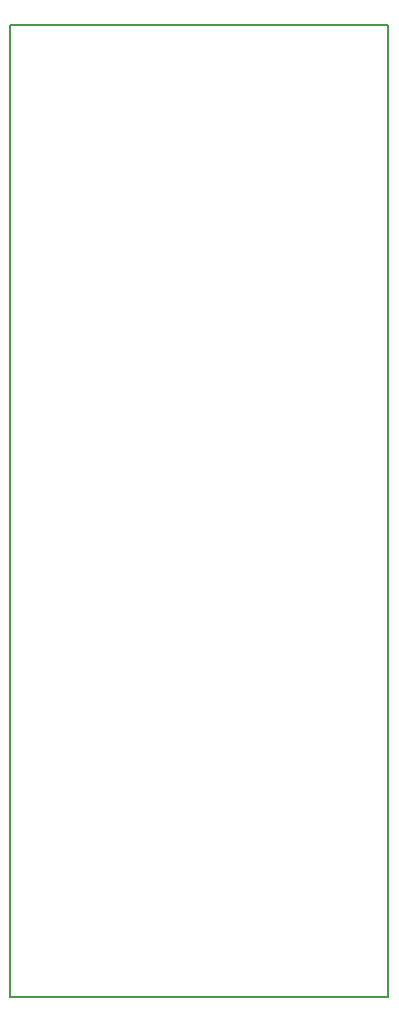
<source format=gbr>
G04 #@! TF.GenerationSoftware,KiCad,Pcbnew,(5.0.0)*
G04 #@! TF.CreationDate,2018-08-01T23:41:19+02:00*
G04 #@! TF.ProjectId,main,6D61696E2E6B696361645F7063620000,rev?*
G04 #@! TF.SameCoordinates,PX5a5a5f0PY7a15e80*
G04 #@! TF.FileFunction,Profile,NP*
%FSLAX46Y46*%
G04 Gerber Fmt 4.6, Leading zero omitted, Abs format (unit mm)*
G04 Created by KiCad (PCBNEW (5.0.0)) date 08/01/18 23:41:19*
%MOMM*%
%LPD*%
G01*
G04 APERTURE LIST*
%ADD10C,0.150000*%
G04 APERTURE END LIST*
D10*
X0Y0D02*
X0Y82296000D01*
X32004000Y0D02*
X0Y0D01*
X32004000Y82296000D02*
X32004000Y0D01*
X0Y82296000D02*
X32004000Y82296000D01*
M02*

</source>
